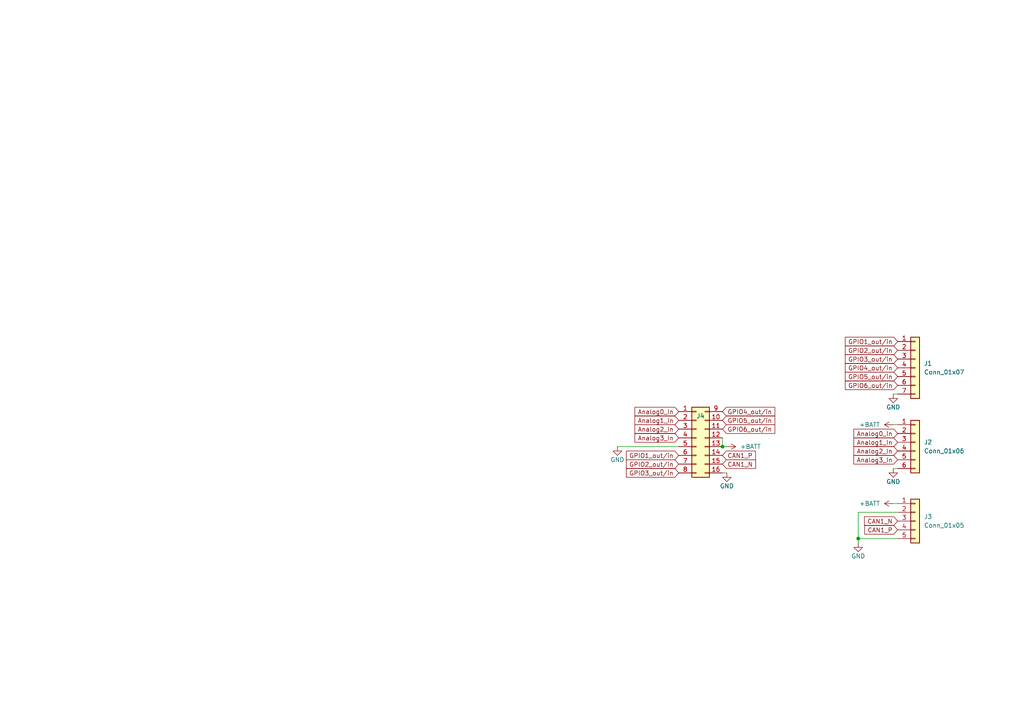
<source format=kicad_sch>
(kicad_sch (version 20230121) (generator eeschema)
  (paper "A4")
  (lib_symbols
    (symbol "Connector_Generic:Conn_01x05" (pin_names (offset 1.016) hide)
      (property "Reference" "J" (at 0 7.62 0))
      (property "Value" "Conn_01x05" (at 0 -7.62 0))
      (symbol "Conn_01x05_1_1"
        (rectangle (start -1.27 -4.953) (end 0 -5.207) (stroke (width 0.1524)))
        (rectangle (start -1.27 -2.413) (end 0 -2.667) (stroke (width 0.1524)))
        (rectangle (start -1.27 0.127) (end 0 -0.127) (stroke (width 0.1524)))
        (rectangle (start -1.27 2.667) (end 0 2.413) (stroke (width 0.1524)))
        (rectangle (start -1.27 5.207) (end 0 4.953) (stroke (width 0.1524)))
        (rectangle (start -1.27 6.35) (end 1.27 -6.35) (stroke (width 0.254)) (fill (type background)))
        (pin passive line (at -5.08 5.08 0) (length 3.81) (name "Pin_1") (number "1"))
        (pin passive line (at -5.08 2.54 0) (length 3.81) (name "Pin_2") (number "2"))
        (pin passive line (at -5.08 0 0) (length 3.81) (name "Pin_3") (number "3"))
        (pin passive line (at -5.08 -2.54 0) (length 3.81) (name "Pin_4") (number "4"))
        (pin passive line (at -5.08 -5.08 0) (length 3.81) (name "Pin_5") (number "5"))
      )
    )
    (symbol "Connector_Generic:Conn_01x06" (pin_names (offset 1.016) hide)
      (property "Reference" "J" (at 0 7.62 0))
      (property "Value" "Conn_01x06" (at 0 -10.16 0))
      (symbol "Conn_01x06_1_1"
        (rectangle (start -1.27 -7.493) (end 0 -7.747) (stroke (width 0.1524)))
        (rectangle (start -1.27 -4.953) (end 0 -5.207) (stroke (width 0.1524)))
        (rectangle (start -1.27 -2.413) (end 0 -2.667) (stroke (width 0.1524)))
        (rectangle (start -1.27 0.127) (end 0 -0.127) (stroke (width 0.1524)))
        (rectangle (start -1.27 2.667) (end 0 2.413) (stroke (width 0.1524)))
        (rectangle (start -1.27 5.207) (end 0 4.953) (stroke (width 0.1524)))
        (rectangle (start -1.27 6.35) (end 1.27 -8.89) (stroke (width 0.254)) (fill (type background)))
        (pin passive line (at -5.08 5.08 0) (length 3.81) (name "Pin_1") (number "1"))
        (pin passive line (at -5.08 2.54 0) (length 3.81) (name "Pin_2") (number "2"))
        (pin passive line (at -5.08 0 0) (length 3.81) (name "Pin_3") (number "3"))
        (pin passive line (at -5.08 -2.54 0) (length 3.81) (name "Pin_4") (number "4"))
        (pin passive line (at -5.08 -5.08 0) (length 3.81) (name "Pin_5") (number "5"))
        (pin passive line (at -5.08 -7.62 0) (length 3.81) (name "Pin_6") (number "6"))
      )
    )
    (symbol "Connector_Generic:Conn_01x07" (pin_names (offset 1.016) hide)
      (property "Reference" "J" (at 0 10.16 0))
      (property "Value" "Conn_01x07" (at 0 -10.16 0))
      (symbol "Conn_01x07_1_1"
        (rectangle (start -1.27 -7.493) (end 0 -7.747) (stroke (width 0.1524)))
        (rectangle (start -1.27 -4.953) (end 0 -5.207) (stroke (width 0.1524)))
        (rectangle (start -1.27 -2.413) (end 0 -2.667) (stroke (width 0.1524)))
        (rectangle (start -1.27 0.127) (end 0 -0.127) (stroke (width 0.1524)))
        (rectangle (start -1.27 2.667) (end 0 2.413) (stroke (width 0.1524)))
        (rectangle (start -1.27 5.207) (end 0 4.953) (stroke (width 0.1524)))
        (rectangle (start -1.27 7.747) (end 0 7.493) (stroke (width 0.1524)))
        (rectangle (start -1.27 8.89) (end 1.27 -8.89) (stroke (width 0.254)) (fill (type background)))
        (pin passive line (at -5.08 7.62 0) (length 3.81) (name "Pin_1") (number "1"))
        (pin passive line (at -5.08 5.08 0) (length 3.81) (name "Pin_2") (number "2"))
        (pin passive line (at -5.08 2.54 0) (length 3.81) (name "Pin_3") (number "3"))
        (pin passive line (at -5.08 0 0) (length 3.81) (name "Pin_4") (number "4"))
        (pin passive line (at -5.08 -2.54 0) (length 3.81) (name "Pin_5") (number "5"))
        (pin passive line (at -5.08 -5.08 0) (length 3.81) (name "Pin_6") (number "6"))
        (pin passive line (at -5.08 -7.62 0) (length 3.81) (name "Pin_7") (number "7"))
      )
    )
    (symbol "Connector_Generic:Conn_02x08_Top_Bottom" (pin_names (offset 1.016) hide)
      (property "Reference" "J" (at 1.27 10.16 0))
      (property "Value" "Conn_02x08_Top_Bottom" (at 1.27 -12.7 0))
      (symbol "Conn_02x08_Top_Bottom_1_1"
        (rectangle (start -1.27 -10.033) (end 0 -10.287) (stroke (width 0.1524)))
        (rectangle (start -1.27 -7.493) (end 0 -7.747) (stroke (width 0.1524)))
        (rectangle (start -1.27 -4.953) (end 0 -5.207) (stroke (width 0.1524)))
        (rectangle (start -1.27 -2.413) (end 0 -2.667) (stroke (width 0.1524)))
        (rectangle (start -1.27 0.127) (end 0 -0.127) (stroke (width 0.1524)))
        (rectangle (start -1.27 2.667) (end 0 2.413) (stroke (width 0.1524)))
        (rectangle (start -1.27 5.207) (end 0 4.953) (stroke (width 0.1524)))
        (rectangle (start -1.27 7.747) (end 0 7.493) (stroke (width 0.1524)))
        (rectangle (start -1.27 8.89) (end 3.81 -11.43) (stroke (width 0.254)) (fill (type background)))
        (rectangle (start 3.81 -10.033) (end 2.54 -10.287) (stroke (width 0.1524)))
        (rectangle (start 3.81 -7.493) (end 2.54 -7.747) (stroke (width 0.1524)))
        (rectangle (start 3.81 -4.953) (end 2.54 -5.207) (stroke (width 0.1524)))
        (rectangle (start 3.81 -2.413) (end 2.54 -2.667) (stroke (width 0.1524)))
        (rectangle (start 3.81 0.127) (end 2.54 -0.127) (stroke (width 0.1524)))
        (rectangle (start 3.81 2.667) (end 2.54 2.413) (stroke (width 0.1524)))
        (rectangle (start 3.81 5.207) (end 2.54 4.953) (stroke (width 0.1524)))
        (rectangle (start 3.81 7.747) (end 2.54 7.493) (stroke (width 0.1524)))
        (pin passive line (at -5.08 7.62 0) (length 3.81) (name "Pin_1") (number "1"))
        (pin passive line (at 7.62 5.08 180) (length 3.81) (name "Pin_10") (number "10"))
        (pin passive line (at 7.62 2.54 180) (length 3.81) (name "Pin_11") (number "11"))
        (pin passive line (at 7.62 0 180) (length 3.81) (name "Pin_12") (number "12"))
        (pin passive line (at 7.62 -2.54 180) (length 3.81) (name "Pin_13") (number "13"))
        (pin passive line (at 7.62 -5.08 180) (length 3.81) (name "Pin_14") (number "14"))
        (pin passive line (at 7.62 -7.62 180) (length 3.81) (name "Pin_15") (number "15"))
        (pin passive line (at 7.62 -10.16 180) (length 3.81) (name "Pin_16") (number "16"))
        (pin passive line (at -5.08 5.08 0) (length 3.81) (name "Pin_2") (number "2"))
        (pin passive line (at -5.08 2.54 0) (length 3.81) (name "Pin_3") (number "3"))
        (pin passive line (at -5.08 0 0) (length 3.81) (name "Pin_4") (number "4"))
        (pin passive line (at -5.08 -2.54 0) (length 3.81) (name "Pin_5") (number "5"))
        (pin passive line (at -5.08 -5.08 0) (length 3.81) (name "Pin_6") (number "6"))
        (pin passive line (at -5.08 -7.62 0) (length 3.81) (name "Pin_7") (number "7"))
        (pin passive line (at -5.08 -10.16 0) (length 3.81) (name "Pin_8") (number "8"))
        (pin passive line (at 7.62 7.62 180) (length 3.81) (name "Pin_9") (number "9"))
      )
    )
    (symbol "power:+BATT" (power) (pin_names (offset 0))
      (property "Value" "+BATT" (at 0 3.556 0))
      (symbol "+BATT_0_1"
        (polyline (pts (xy -0.762 1.27) (xy 0 2.54)))
        (polyline (pts (xy 0 0) (xy 0 2.54)))
        (polyline (pts (xy 0 2.54) (xy 0.762 1.27)))
      )
      (symbol "+BATT_1_1"
        (pin power_in line (at 0 0 90) (length 0) hide (name "+BATT") (number "1"))
      )
    )
    (symbol "power:GND" (power) (pin_names (offset 0))
      (property "Value" "GND" (at 0 -3.81 0))
      (symbol "GND_0_1"
        (polyline (pts (xy 0 0) (xy 0 -1.27) (xy 1.27 -1.27) (xy 0 -2.54) (xy -1.27 -1.27) (xy 0 -1.27)))
      )
      (symbol "GND_1_1"
        (pin power_in line (at 0 0 270) (length 0) hide (name "GND") (number "1"))
      )
    )
  )
  (junction (at 248.92 156.21))
  (junction (at 209.55 129.54))
  (wire (pts (xy 259.08 123.19) (xy 260.35 123.19)))
  (wire (pts (xy 210.82 129.54) (xy 209.55 129.54)))
  (wire (pts (xy 209.55 137.16) (xy 210.82 137.16)))
  (wire (pts (xy 209.55 127) (xy 209.55 129.54)))
  (wire (pts (xy 248.92 156.21) (xy 260.35 156.21)))
  (wire (pts (xy 248.92 156.21) (xy 248.92 148.59)))
  (wire (pts (xy 248.92 157.48) (xy 248.92 156.21)))
  (wire (pts (xy 179.07 129.54) (xy 196.85 129.54)))
  (wire (pts (xy 248.92 148.59) (xy 260.35 148.59)))
  (wire (pts (xy 259.08 135.89) (xy 260.35 135.89)))
  (wire (pts (xy 259.08 114.3) (xy 260.35 114.3)))
  (wire (pts (xy 259.08 146.05) (xy 260.35 146.05)))
  (global_label "CAN1_N" (shape input) (at 209.55 134.62 0) (property "Intersheetrefs" "${INTERSHEET_REFS}" (effects hide)))
  (global_label "GPIO2_out{slash}in" (shape input) (at 260.35 101.6 180) (property "Intersheetrefs" "${INTERSHEET_REFS}" (effects hide)))
  (global_label "GPIO6_out{slash}in" (shape input) (at 209.55 124.46 0) (property "Intersheetrefs" "${INTERSHEET_REFS}" (effects hide)))
  (global_label "GPIO6_out{slash}in" (shape input) (at 260.35 111.76 180) (property "Intersheetrefs" "${INTERSHEET_REFS}" (effects hide)))
  (global_label "Analog2_In" (shape input) (at 260.35 130.81 180) (property "Intersheetrefs" "${INTERSHEET_REFS}" (effects hide)))
  (global_label "GPIO3_out{slash}in" (shape input) (at 196.85 137.16 180) (property "Intersheetrefs" "${INTERSHEET_REFS}" (effects hide)))
  (global_label "Analog0_In" (shape input) (at 260.35 125.73 180) (property "Intersheetrefs" "${INTERSHEET_REFS}" (effects hide)))
  (global_label "CAN1_N" (shape input) (at 260.35 151.13 180) (property "Intersheetrefs" "${INTERSHEET_REFS}" (effects hide)))
  (global_label "CAN1_P" (shape input) (at 209.55 132.08 0) (property "Intersheetrefs" "${INTERSHEET_REFS}" (effects hide)))
  (global_label "Analog1_In" (shape input) (at 260.35 128.27 180) (property "Intersheetrefs" "${INTERSHEET_REFS}" (effects hide)))
  (global_label "Analog0_In" (shape input) (at 196.85 119.38 180) (property "Intersheetrefs" "${INTERSHEET_REFS}" (effects hide)))
  (global_label "GPIO1_out{slash}in" (shape input) (at 260.35 99.06 180) (property "Intersheetrefs" "${INTERSHEET_REFS}" (effects hide)))
  (global_label "Analog3_In" (shape input) (at 260.35 133.35 180) (property "Intersheetrefs" "${INTERSHEET_REFS}" (effects hide)))
  (global_label "CAN1_P" (shape input) (at 260.35 153.67 180) (property "Intersheetrefs" "${INTERSHEET_REFS}" (effects hide)))
  (global_label "GPIO1_out{slash}in" (shape input) (at 196.85 132.08 180) (property "Intersheetrefs" "${INTERSHEET_REFS}" (effects hide)))
  (global_label "GPIO2_out{slash}in" (shape input) (at 196.85 134.62 180) (property "Intersheetrefs" "${INTERSHEET_REFS}" (effects hide)))
  (global_label "Analog2_In" (shape input) (at 196.85 124.46 180) (property "Intersheetrefs" "${INTERSHEET_REFS}" (effects hide)))
  (global_label "Analog1_In" (shape input) (at 196.85 121.92 180) (property "Intersheetrefs" "${INTERSHEET_REFS}" (effects hide)))
  (global_label "GPIO5_out{slash}in" (shape input) (at 260.35 109.22 180) (property "Intersheetrefs" "${INTERSHEET_REFS}" (effects hide)))
  (global_label "GPIO5_out{slash}in" (shape input) (at 209.55 121.92 0) (property "Intersheetrefs" "${INTERSHEET_REFS}" (effects hide)))
  (global_label "GPIO3_out{slash}in" (shape input) (at 260.35 104.14 180) (property "Intersheetrefs" "${INTERSHEET_REFS}" (effects hide)))
  (global_label "GPIO4_out{slash}in" (shape input) (at 209.55 119.38 0) (property "Intersheetrefs" "${INTERSHEET_REFS}" (effects hide)))
  (global_label "GPIO4_out{slash}in" (shape input) (at 260.35 106.68 180) (property "Intersheetrefs" "${INTERSHEET_REFS}" (effects hide)))
  (global_label "Analog3_In" (shape input) (at 196.85 127 180) (property "Intersheetrefs" "${INTERSHEET_REFS}" (effects hide)))
  (symbol (lib_id "Connector_Generic:Conn_01x05") (at 265.43 151.13 0) (unit 1)
    (property "Reference" "J3" (at 267.97 149.86 0) (effects (justify left)))
    (property "Value" "Conn_01x05" (at 267.97 152.4 0) (effects (justify left)))
    (property "Footprint" "Library:MiniXLR_5Pin" (effects hide))
  )
  (symbol (lib_id "power:GND") (at 248.92 157.48 0) (unit 1)
    (property "Reference" "#PWR05" (effects hide))
    (property "Value" "GND" (at 248.92 161.29 0))
  )
  (symbol (lib_id "Connector_Generic:Conn_01x06") (at 265.43 128.27 0) (unit 1)
    (property "Reference" "J2" (at 267.97 128.27 0) (effects (justify left)))
    (property "Value" "Conn_01x06" (at 267.97 130.81 0) (effects (justify left)))
    (property "Footprint" "Library:MiniXLR_6Pin" (effects hide))
  )
  (symbol (lib_id "power:+BATT") (at 210.82 129.54 270) (unit 1)
    (property "Reference" "#PWR02" (effects hide))
    (property "Value" "+BATT" (at 214.63 129.54 90) (effects (justify left)))
  )
  (symbol (lib_id "power:+BATT") (at 259.08 146.05 90) (unit 1)
    (property "Reference" "#PWR04" (effects hide))
    (property "Value" "+BATT" (at 255.27 146.05 90) (effects (justify left)))
  )
  (symbol (lib_id "power:GND") (at 259.08 114.3 0) (unit 1)
    (property "Reference" "#PWR08" (effects hide))
    (property "Value" "GND" (at 259.08 118.11 0))
  )
  (symbol (lib_id "Connector_Generic:Conn_02x08_Top_Bottom") (at 201.93 127 0) (unit 1)
    (property "Reference" "J4" (at 203.2 120.65 0))
    (property "Value" "WE 62702621621" (effects hide))
    (property "Footprint" "Connector_PinHeader_1.27mm:PinHeader_2x08_P1.27mm_Vertical" (effects hide))
  )
  (symbol (lib_id "power:GND") (at 259.08 135.89 0) (unit 1)
    (property "Reference" "#PWR07" (effects hide))
    (property "Value" "GND" (at 259.08 139.7 0))
  )
  (symbol (lib_id "power:GND") (at 210.82 137.16 0) (unit 1)
    (property "Reference" "#PWR03" (effects hide))
    (property "Value" "GND" (at 210.82 140.97 0))
  )
  (symbol (lib_id "power:GND") (at 179.07 129.54 0) (unit 1)
    (property "Reference" "#PWR01" (effects hide))
    (property "Value" "GND" (at 179.07 133.35 0))
  )
  (symbol (lib_id "power:+BATT") (at 259.08 123.19 90) (unit 1)
    (property "Reference" "#PWR06" (effects hide))
    (property "Value" "+BATT" (at 255.27 123.19 90) (effects (justify left)))
  )
  (symbol (lib_id "Connector_Generic:Conn_01x07") (at 265.43 106.68 0) (unit 1)
    (property "Reference" "J1" (at 267.97 105.41 0) (effects (justify left)))
    (property "Value" "Conn_01x07" (at 267.97 107.95 0) (effects (justify left)))
    (property "Footprint" "Library:MiniXLR_7Pin" (effects hide))
  )
)
</source>
